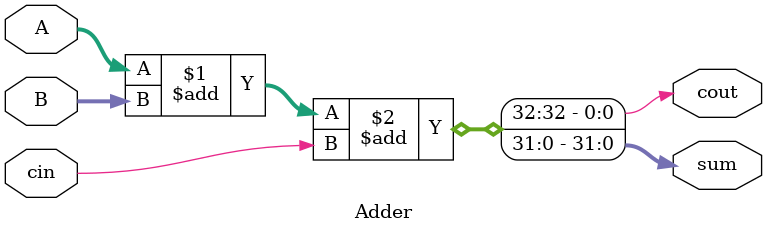
<source format=v>
`timescale 1ns / 1ps
module Adder(A, B, sum, cin, cout);
	input [31:0] A, B;
	input cin;
	output [31:0] sum;
	output cout;
	
	assign {cout, sum} = A + B + cin;

endmodule

</source>
